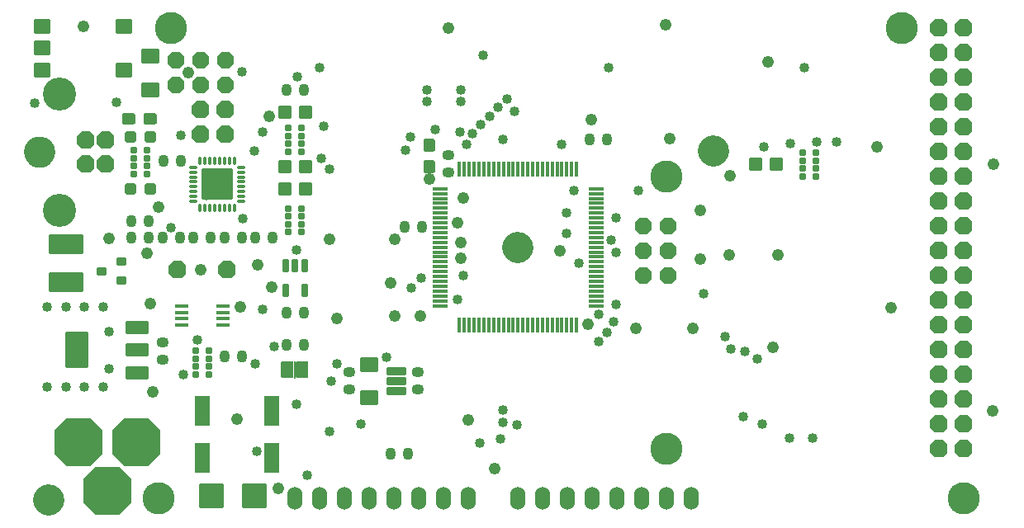
<source format=gts>
G04*
G04 #@! TF.GenerationSoftware,Altium Limited,Altium Designer,24.1.2 (44)*
G04*
G04 Layer_Color=8388736*
%FSLAX25Y25*%
%MOIN*%
G70*
G04*
G04 #@! TF.SameCoordinates,648C5357-8596-4598-863F-5FE4D4354F98*
G04*
G04*
G04 #@! TF.FilePolarity,Negative*
G04*
G01*
G75*
G04:AMPARAMS|DCode=38|XSize=128.11mil|YSize=128.11mil|CornerRadius=9.61mil|HoleSize=0mil|Usage=FLASHONLY|Rotation=270.000|XOffset=0mil|YOffset=0mil|HoleType=Round|Shape=RoundedRectangle|*
%AMROUNDEDRECTD38*
21,1,0.12811,0.10889,0,0,270.0*
21,1,0.10889,0.12811,0,0,270.0*
1,1,0.01922,-0.05445,-0.05445*
1,1,0.01922,-0.05445,0.05445*
1,1,0.01922,0.05445,0.05445*
1,1,0.01922,0.05445,-0.05445*
%
%ADD38ROUNDEDRECTD38*%
%ADD49C,0.08600*%
G04:AMPARAMS|DCode=50|XSize=63.06mil|YSize=15.81mil|CornerRadius=3.18mil|HoleSize=0mil|Usage=FLASHONLY|Rotation=0.000|XOffset=0mil|YOffset=0mil|HoleType=Round|Shape=RoundedRectangle|*
%AMROUNDEDRECTD50*
21,1,0.06306,0.00945,0,0,0.0*
21,1,0.05670,0.01581,0,0,0.0*
1,1,0.00636,0.02835,-0.00472*
1,1,0.00636,-0.02835,-0.00472*
1,1,0.00636,-0.02835,0.00472*
1,1,0.00636,0.02835,0.00472*
%
%ADD50ROUNDEDRECTD50*%
G04:AMPARAMS|DCode=51|XSize=15.81mil|YSize=63.06mil|CornerRadius=3.18mil|HoleSize=0mil|Usage=FLASHONLY|Rotation=0.000|XOffset=0mil|YOffset=0mil|HoleType=Round|Shape=RoundedRectangle|*
%AMROUNDEDRECTD51*
21,1,0.01581,0.05670,0,0,0.0*
21,1,0.00945,0.06306,0,0,0.0*
1,1,0.00636,0.00472,-0.02835*
1,1,0.00636,-0.00472,-0.02835*
1,1,0.00636,-0.00472,0.02835*
1,1,0.00636,0.00472,0.02835*
%
%ADD51ROUNDEDRECTD51*%
G04:AMPARAMS|DCode=52|XSize=47.31mil|YSize=39.37mil|CornerRadius=16.15mil|HoleSize=0mil|Usage=FLASHONLY|Rotation=0.000|XOffset=0mil|YOffset=0mil|HoleType=Round|Shape=RoundedRectangle|*
%AMROUNDEDRECTD52*
21,1,0.04731,0.00707,0,0,0.0*
21,1,0.01501,0.03937,0,0,0.0*
1,1,0.03230,0.00751,-0.00354*
1,1,0.03230,-0.00751,-0.00354*
1,1,0.03230,-0.00751,0.00354*
1,1,0.03230,0.00751,0.00354*
%
%ADD52ROUNDEDRECTD52*%
G04:AMPARAMS|DCode=53|XSize=51.24mil|YSize=43.37mil|CornerRadius=3.97mil|HoleSize=0mil|Usage=FLASHONLY|Rotation=270.000|XOffset=0mil|YOffset=0mil|HoleType=Round|Shape=RoundedRectangle|*
%AMROUNDEDRECTD53*
21,1,0.05124,0.03543,0,0,270.0*
21,1,0.04330,0.04337,0,0,270.0*
1,1,0.00794,-0.01772,-0.02165*
1,1,0.00794,-0.01772,0.02165*
1,1,0.00794,0.01772,0.02165*
1,1,0.00794,0.01772,-0.02165*
%
%ADD53ROUNDEDRECTD53*%
G04:AMPARAMS|DCode=54|XSize=59.12mil|YSize=74.87mil|CornerRadius=3.93mil|HoleSize=0mil|Usage=FLASHONLY|Rotation=90.000|XOffset=0mil|YOffset=0mil|HoleType=Round|Shape=RoundedRectangle|*
%AMROUNDEDRECTD54*
21,1,0.05912,0.06701,0,0,90.0*
21,1,0.05126,0.07487,0,0,90.0*
1,1,0.00786,0.03351,0.02563*
1,1,0.00786,0.03351,-0.02563*
1,1,0.00786,-0.03351,-0.02563*
1,1,0.00786,-0.03351,0.02563*
%
%ADD54ROUNDEDRECTD54*%
G04:AMPARAMS|DCode=55|XSize=15.81mil|YSize=51.24mil|CornerRadius=3.18mil|HoleSize=0mil|Usage=FLASHONLY|Rotation=90.000|XOffset=0mil|YOffset=0mil|HoleType=Round|Shape=RoundedRectangle|*
%AMROUNDEDRECTD55*
21,1,0.01581,0.04488,0,0,90.0*
21,1,0.00945,0.05124,0,0,90.0*
1,1,0.00636,0.02244,0.00472*
1,1,0.00636,0.02244,-0.00472*
1,1,0.00636,-0.02244,-0.00472*
1,1,0.00636,-0.02244,0.00472*
%
%ADD55ROUNDEDRECTD55*%
G04:AMPARAMS|DCode=56|XSize=47.31mil|YSize=39.37mil|CornerRadius=16.15mil|HoleSize=0mil|Usage=FLASHONLY|Rotation=90.000|XOffset=0mil|YOffset=0mil|HoleType=Round|Shape=RoundedRectangle|*
%AMROUNDEDRECTD56*
21,1,0.04731,0.00707,0,0,90.0*
21,1,0.01501,0.03937,0,0,90.0*
1,1,0.03230,0.00354,0.00751*
1,1,0.03230,0.00354,-0.00751*
1,1,0.03230,-0.00354,-0.00751*
1,1,0.03230,-0.00354,0.00751*
%
%ADD56ROUNDEDRECTD56*%
G04:AMPARAMS|DCode=57|XSize=25.65mil|YSize=51.24mil|CornerRadius=3.95mil|HoleSize=0mil|Usage=FLASHONLY|Rotation=180.000|XOffset=0mil|YOffset=0mil|HoleType=Round|Shape=RoundedRectangle|*
%AMROUNDEDRECTD57*
21,1,0.02565,0.04334,0,0,180.0*
21,1,0.01775,0.05124,0,0,180.0*
1,1,0.00790,-0.00888,0.02167*
1,1,0.00790,0.00888,0.02167*
1,1,0.00790,0.00888,-0.02167*
1,1,0.00790,-0.00888,-0.02167*
%
%ADD57ROUNDEDRECTD57*%
G04:AMPARAMS|DCode=58|XSize=39.37mil|YSize=47.31mil|CornerRadius=16.15mil|HoleSize=0mil|Usage=FLASHONLY|Rotation=0.000|XOffset=0mil|YOffset=0mil|HoleType=Round|Shape=RoundedRectangle|*
%AMROUNDEDRECTD58*
21,1,0.03937,0.01501,0,0,0.0*
21,1,0.00707,0.04731,0,0,0.0*
1,1,0.03230,0.00354,-0.00751*
1,1,0.03230,-0.00354,-0.00751*
1,1,0.03230,-0.00354,0.00751*
1,1,0.03230,0.00354,0.00751*
%
%ADD58ROUNDEDRECTD58*%
G04:AMPARAMS|DCode=59|XSize=66.99mil|YSize=59.12mil|CornerRadius=6.13mil|HoleSize=0mil|Usage=FLASHONLY|Rotation=0.000|XOffset=0mil|YOffset=0mil|HoleType=Round|Shape=RoundedRectangle|*
%AMROUNDEDRECTD59*
21,1,0.06699,0.04685,0,0,0.0*
21,1,0.05472,0.05912,0,0,0.0*
1,1,0.01227,0.02736,-0.02343*
1,1,0.01227,-0.02736,-0.02343*
1,1,0.01227,-0.02736,0.02343*
1,1,0.01227,0.02736,0.02343*
%
%ADD59ROUNDEDRECTD59*%
G04:AMPARAMS|DCode=60|XSize=23.69mil|YSize=29.59mil|CornerRadius=3.97mil|HoleSize=0mil|Usage=FLASHONLY|Rotation=90.000|XOffset=0mil|YOffset=0mil|HoleType=Round|Shape=RoundedRectangle|*
%AMROUNDEDRECTD60*
21,1,0.02369,0.02165,0,0,90.0*
21,1,0.01575,0.02959,0,0,90.0*
1,1,0.00794,0.01083,0.00788*
1,1,0.00794,0.01083,-0.00788*
1,1,0.00794,-0.01083,-0.00788*
1,1,0.00794,-0.01083,0.00788*
%
%ADD60ROUNDEDRECTD60*%
G04:AMPARAMS|DCode=61|XSize=44mil|YSize=44mil|CornerRadius=22mil|HoleSize=0mil|Usage=FLASHONLY|Rotation=0.000|XOffset=0mil|YOffset=0mil|HoleType=Round|Shape=RoundedRectangle|*
%AMROUNDEDRECTD61*
21,1,0.04400,0.00000,0,0,0.0*
21,1,0.00000,0.04400,0,0,0.0*
1,1,0.04400,0.00000,0.00000*
1,1,0.04400,0.00000,0.00000*
1,1,0.04400,0.00000,0.00000*
1,1,0.04400,0.00000,0.00000*
%
%ADD61ROUNDEDRECTD61*%
G04:AMPARAMS|DCode=62|XSize=39.37mil|YSize=47.31mil|CornerRadius=16.15mil|HoleSize=0mil|Usage=FLASHONLY|Rotation=90.000|XOffset=0mil|YOffset=0mil|HoleType=Round|Shape=RoundedRectangle|*
%AMROUNDEDRECTD62*
21,1,0.03937,0.01501,0,0,90.0*
21,1,0.00707,0.04731,0,0,90.0*
1,1,0.03230,0.00751,0.00354*
1,1,0.03230,0.00751,-0.00354*
1,1,0.03230,-0.00751,-0.00354*
1,1,0.03230,-0.00751,0.00354*
%
%ADD62ROUNDEDRECTD62*%
G04:AMPARAMS|DCode=63|XSize=82.74mil|YSize=31.56mil|CornerRadius=3.93mil|HoleSize=0mil|Usage=FLASHONLY|Rotation=0.000|XOffset=0mil|YOffset=0mil|HoleType=Round|Shape=RoundedRectangle|*
%AMROUNDEDRECTD63*
21,1,0.08274,0.02370,0,0,0.0*
21,1,0.07488,0.03156,0,0,0.0*
1,1,0.00786,0.03744,-0.01185*
1,1,0.00786,-0.03744,-0.01185*
1,1,0.00786,-0.03744,0.01185*
1,1,0.00786,0.03744,0.01185*
%
%ADD63ROUNDEDRECTD63*%
G04:AMPARAMS|DCode=64|XSize=43.37mil|YSize=43.37mil|CornerRadius=3.97mil|HoleSize=0mil|Usage=FLASHONLY|Rotation=0.000|XOffset=0mil|YOffset=0mil|HoleType=Round|Shape=RoundedRectangle|*
%AMROUNDEDRECTD64*
21,1,0.04337,0.03543,0,0,0.0*
21,1,0.03543,0.04337,0,0,0.0*
1,1,0.00794,0.01772,-0.01772*
1,1,0.00794,-0.01772,-0.01772*
1,1,0.00794,-0.01772,0.01772*
1,1,0.00794,0.01772,0.01772*
%
%ADD64ROUNDEDRECTD64*%
G04:AMPARAMS|DCode=65|XSize=51.24mil|YSize=43.37mil|CornerRadius=3.97mil|HoleSize=0mil|Usage=FLASHONLY|Rotation=180.000|XOffset=0mil|YOffset=0mil|HoleType=Round|Shape=RoundedRectangle|*
%AMROUNDEDRECTD65*
21,1,0.05124,0.03543,0,0,180.0*
21,1,0.04330,0.04337,0,0,180.0*
1,1,0.00794,-0.02165,0.01772*
1,1,0.00794,0.02165,0.01772*
1,1,0.00794,0.02165,-0.01772*
1,1,0.00794,-0.02165,-0.01772*
%
%ADD65ROUNDEDRECTD65*%
G04:AMPARAMS|DCode=66|XSize=15.02mil|YSize=31.56mil|CornerRadius=6.41mil|HoleSize=0mil|Usage=FLASHONLY|Rotation=270.000|XOffset=0mil|YOffset=0mil|HoleType=Round|Shape=RoundedRectangle|*
%AMROUNDEDRECTD66*
21,1,0.01502,0.01874,0,0,270.0*
21,1,0.00220,0.03156,0,0,270.0*
1,1,0.01282,-0.00937,-0.00110*
1,1,0.01282,-0.00937,0.00110*
1,1,0.01282,0.00937,0.00110*
1,1,0.01282,0.00937,-0.00110*
%
%ADD66ROUNDEDRECTD66*%
G04:AMPARAMS|DCode=67|XSize=15.02mil|YSize=31.56mil|CornerRadius=6.41mil|HoleSize=0mil|Usage=FLASHONLY|Rotation=180.000|XOffset=0mil|YOffset=0mil|HoleType=Round|Shape=RoundedRectangle|*
%AMROUNDEDRECTD67*
21,1,0.01502,0.01874,0,0,180.0*
21,1,0.00220,0.03156,0,0,180.0*
1,1,0.01282,-0.00110,0.00937*
1,1,0.01282,0.00110,0.00937*
1,1,0.01282,0.00110,-0.00937*
1,1,0.01282,-0.00110,-0.00937*
%
%ADD67ROUNDEDRECTD67*%
G04:AMPARAMS|DCode=68|XSize=50mil|YSize=67mil|CornerRadius=3.84mil|HoleSize=0mil|Usage=FLASHONLY|Rotation=0.000|XOffset=0mil|YOffset=0mil|HoleType=Round|Shape=RoundedRectangle|*
%AMROUNDEDRECTD68*
21,1,0.05000,0.05932,0,0,0.0*
21,1,0.04232,0.06700,0,0,0.0*
1,1,0.00768,0.02116,-0.02966*
1,1,0.00768,-0.02116,-0.02966*
1,1,0.00768,-0.02116,0.02966*
1,1,0.00768,0.02116,0.02966*
%
%ADD68ROUNDEDRECTD68*%
G04:AMPARAMS|DCode=69|XSize=35mil|YSize=39mil|CornerRadius=3.86mil|HoleSize=0mil|Usage=FLASHONLY|Rotation=270.000|XOffset=0mil|YOffset=0mil|HoleType=Round|Shape=RoundedRectangle|*
%AMROUNDEDRECTD69*
21,1,0.03500,0.03128,0,0,270.0*
21,1,0.02728,0.03900,0,0,270.0*
1,1,0.00772,-0.01564,-0.01364*
1,1,0.00772,-0.01564,0.01364*
1,1,0.00772,0.01564,0.01364*
1,1,0.00772,0.01564,-0.01364*
%
%ADD69ROUNDEDRECTD69*%
G04:AMPARAMS|DCode=70|XSize=51.24mil|YSize=51.24mil|CornerRadius=3.89mil|HoleSize=0mil|Usage=FLASHONLY|Rotation=90.000|XOffset=0mil|YOffset=0mil|HoleType=Round|Shape=RoundedRectangle|*
%AMROUNDEDRECTD70*
21,1,0.05124,0.04346,0,0,90.0*
21,1,0.04346,0.05124,0,0,90.0*
1,1,0.00778,0.02173,0.02173*
1,1,0.00778,0.02173,-0.02173*
1,1,0.00778,-0.02173,-0.02173*
1,1,0.00778,-0.02173,0.02173*
%
%ADD70ROUNDEDRECTD70*%
G04:AMPARAMS|DCode=71|XSize=78.8mil|YSize=137.86mil|CornerRadius=3.87mil|HoleSize=0mil|Usage=FLASHONLY|Rotation=90.000|XOffset=0mil|YOffset=0mil|HoleType=Round|Shape=RoundedRectangle|*
%AMROUNDEDRECTD71*
21,1,0.07880,0.13012,0,0,90.0*
21,1,0.07106,0.13786,0,0,90.0*
1,1,0.00774,0.06506,0.03553*
1,1,0.00774,0.06506,-0.03553*
1,1,0.00774,-0.06506,-0.03553*
1,1,0.00774,-0.06506,0.03553*
%
%ADD71ROUNDEDRECTD71*%
G04:AMPARAMS|DCode=72|XSize=145.73mil|YSize=90.61mil|CornerRadius=3.73mil|HoleSize=0mil|Usage=FLASHONLY|Rotation=90.000|XOffset=0mil|YOffset=0mil|HoleType=Round|Shape=RoundedRectangle|*
%AMROUNDEDRECTD72*
21,1,0.14573,0.08315,0,0,90.0*
21,1,0.13827,0.09061,0,0,90.0*
1,1,0.00746,0.04157,0.06913*
1,1,0.00746,0.04157,-0.06913*
1,1,0.00746,-0.04157,-0.06913*
1,1,0.00746,-0.04157,0.06913*
%
%ADD72ROUNDEDRECTD72*%
G04:AMPARAMS|DCode=73|XSize=52mil|YSize=92mil|CornerRadius=3.92mil|HoleSize=0mil|Usage=FLASHONLY|Rotation=90.000|XOffset=0mil|YOffset=0mil|HoleType=Round|Shape=RoundedRectangle|*
%AMROUNDEDRECTD73*
21,1,0.05200,0.08416,0,0,90.0*
21,1,0.04416,0.09200,0,0,90.0*
1,1,0.00784,0.04208,0.02208*
1,1,0.00784,0.04208,-0.02208*
1,1,0.00784,-0.04208,-0.02208*
1,1,0.00784,-0.04208,0.02208*
%
%ADD73ROUNDEDRECTD73*%
G04:AMPARAMS|DCode=74|XSize=98.49mil|YSize=98.49mil|CornerRadius=3.89mil|HoleSize=0mil|Usage=FLASHONLY|Rotation=180.000|XOffset=0mil|YOffset=0mil|HoleType=Round|Shape=RoundedRectangle|*
%AMROUNDEDRECTD74*
21,1,0.09849,0.09071,0,0,180.0*
21,1,0.09071,0.09849,0,0,180.0*
1,1,0.00778,-0.04536,0.04536*
1,1,0.00778,0.04536,0.04536*
1,1,0.00778,0.04536,-0.04536*
1,1,0.00778,-0.04536,-0.04536*
%
%ADD74ROUNDEDRECTD74*%
G04:AMPARAMS|DCode=75|XSize=122.11mil|YSize=59.12mil|CornerRadius=3.93mil|HoleSize=0mil|Usage=FLASHONLY|Rotation=90.000|XOffset=0mil|YOffset=0mil|HoleType=Round|Shape=RoundedRectangle|*
%AMROUNDEDRECTD75*
21,1,0.12211,0.05126,0,0,90.0*
21,1,0.11425,0.05912,0,0,90.0*
1,1,0.00786,0.02563,0.05713*
1,1,0.00786,0.02563,-0.05713*
1,1,0.00786,-0.02563,-0.05713*
1,1,0.00786,-0.02563,0.05713*
%
%ADD75ROUNDEDRECTD75*%
G04:AMPARAMS|DCode=76|XSize=194mil|YSize=194mil|CornerRadius=0mil|HoleSize=0mil|Usage=FLASHONLY|Rotation=90.000|XOffset=0mil|YOffset=0mil|HoleType=Round|Shape=Octagon|*
%AMOCTAGOND76*
4,1,8,0.04850,0.09700,-0.04850,0.09700,-0.09700,0.04850,-0.09700,-0.04850,-0.04850,-0.09700,0.04850,-0.09700,0.09700,-0.04850,0.09700,0.04850,0.04850,0.09700,0.0*
%
%ADD76OCTAGOND76*%

%ADD77C,0.08668*%
%ADD78O,0.06000X0.09360*%
%ADD79C,0.12998*%
G04:AMPARAMS|DCode=80|XSize=70mil|YSize=70mil|CornerRadius=0mil|HoleSize=0mil|Usage=FLASHONLY|Rotation=270.000|XOffset=0mil|YOffset=0mil|HoleType=Round|Shape=Octagon|*
%AMOCTAGOND80*
4,1,8,-0.01750,-0.03500,0.01750,-0.03500,0.03500,-0.01750,0.03500,0.01750,0.01750,0.03500,-0.01750,0.03500,-0.03500,0.01750,-0.03500,-0.01750,-0.01750,-0.03500,0.0*
%
%ADD80OCTAGOND80*%

G04:AMPARAMS|DCode=81|XSize=65.02mil|YSize=65.02mil|CornerRadius=0mil|HoleSize=0mil|Usage=FLASHONLY|Rotation=180.000|XOffset=0mil|YOffset=0mil|HoleType=Round|Shape=Octagon|*
%AMOCTAGOND81*
4,1,8,-0.03251,0.01626,-0.03251,-0.01626,-0.01626,-0.03251,0.01626,-0.03251,0.03251,-0.01626,0.03251,0.01626,0.01626,0.03251,-0.01626,0.03251,-0.03251,0.01626,0.0*
%
%ADD81OCTAGOND81*%

%ADD82C,0.13391*%
G04:AMPARAMS|DCode=83|XSize=65.02mil|YSize=65.02mil|CornerRadius=0mil|HoleSize=0mil|Usage=FLASHONLY|Rotation=270.000|XOffset=0mil|YOffset=0mil|HoleType=Round|Shape=Octagon|*
%AMOCTAGOND83*
4,1,8,-0.01626,-0.03251,0.01626,-0.03251,0.03251,-0.01626,0.03251,0.01626,0.01626,0.03251,-0.01626,0.03251,-0.03251,0.01626,-0.03251,-0.01626,-0.01626,-0.03251,0.0*
%
%ADD83OCTAGOND83*%

%ADD84C,0.04000*%
%ADD85C,0.04800*%
G36*
X109801Y58450D02*
Y65650D01*
X110401D01*
Y58450D01*
X109801D01*
D02*
G37*
G36*
X73351Y137050D02*
Y137567D01*
X73553Y138581D01*
X73949Y139537D01*
X74523Y140397D01*
X75254Y141128D01*
X76114Y141702D01*
X77070Y142098D01*
X78084Y142300D01*
X78601D01*
X79118D01*
X80132Y142098D01*
X81088Y141702D01*
X81948Y141128D01*
X82679Y140397D01*
X83254Y139537D01*
X83649Y138581D01*
X83851Y137567D01*
Y137050D01*
Y136533D01*
X83649Y135519D01*
X83254Y134563D01*
X82679Y133703D01*
X81948Y132972D01*
X81088Y132397D01*
X80132Y132002D01*
X79118Y131800D01*
X78601D01*
X78084D01*
X77070Y132002D01*
X76114Y132397D01*
X75254Y132972D01*
X74523Y133703D01*
X73949Y134563D01*
X73553Y135519D01*
X73351Y136533D01*
Y137050D01*
D01*
D02*
G37*
D38*
X78601D02*
D03*
D49*
X202070Y111650D02*
X201806Y112635D01*
X201085Y113355D01*
X200101Y113619D01*
X199117Y113355D01*
X198396Y112635D01*
X198132Y111650D01*
X198396Y110666D01*
X199117Y109945D01*
X200101Y109681D01*
X201085Y109945D01*
X201806Y110666D01*
X202070Y111650D01*
X9070Y150050D02*
X8806Y151034D01*
X8085Y151755D01*
X7101Y152019D01*
X6117Y151755D01*
X5396Y151034D01*
X5132Y150050D01*
X5396Y149065D01*
X6117Y148345D01*
X7101Y148081D01*
X8085Y148345D01*
X8806Y149065D01*
X9070Y150050D01*
X12570Y9550D02*
X12306Y10535D01*
X11586Y11255D01*
X10601Y11519D01*
X9617Y11255D01*
X8896Y10535D01*
X8632Y9550D01*
X8896Y8565D01*
X9617Y7845D01*
X10601Y7581D01*
X11586Y7845D01*
X12306Y8565D01*
X12570Y9550D01*
X280970Y150413D02*
X280706Y151398D01*
X279985Y152118D01*
X279001Y152382D01*
X278016Y152118D01*
X277296Y151398D01*
X277032Y150413D01*
X277296Y149428D01*
X278016Y148708D01*
X279001Y148444D01*
X279985Y148708D01*
X280706Y149428D01*
X280970Y150413D01*
D50*
X168605Y135272D02*
D03*
Y133304D02*
D03*
Y131335D02*
D03*
Y129367D02*
D03*
Y127398D02*
D03*
Y125430D02*
D03*
Y123461D02*
D03*
Y121493D02*
D03*
Y119524D02*
D03*
Y117556D02*
D03*
Y115587D02*
D03*
Y113619D02*
D03*
Y111650D02*
D03*
Y109681D02*
D03*
Y107713D02*
D03*
Y105744D02*
D03*
Y103776D02*
D03*
Y101807D02*
D03*
Y99839D02*
D03*
Y97870D02*
D03*
Y95902D02*
D03*
Y93933D02*
D03*
Y91965D02*
D03*
Y89996D02*
D03*
Y88028D02*
D03*
X231597D02*
D03*
Y89996D02*
D03*
Y91965D02*
D03*
Y93933D02*
D03*
Y95902D02*
D03*
Y97870D02*
D03*
Y99839D02*
D03*
Y101807D02*
D03*
Y103776D02*
D03*
Y105744D02*
D03*
Y107713D02*
D03*
Y109681D02*
D03*
Y111650D02*
D03*
Y113619D02*
D03*
Y115587D02*
D03*
Y117556D02*
D03*
Y119524D02*
D03*
Y121493D02*
D03*
Y123461D02*
D03*
Y125430D02*
D03*
Y127398D02*
D03*
Y129367D02*
D03*
Y131335D02*
D03*
Y133304D02*
D03*
Y135272D02*
D03*
D51*
X176479Y80154D02*
D03*
X178447D02*
D03*
X180416D02*
D03*
X182384D02*
D03*
X184353D02*
D03*
X186321D02*
D03*
X188290D02*
D03*
X190258D02*
D03*
X192227D02*
D03*
X194195D02*
D03*
X196164D02*
D03*
X198132D02*
D03*
X200101D02*
D03*
X202070D02*
D03*
X204038D02*
D03*
X206007D02*
D03*
X207975D02*
D03*
X209944D02*
D03*
X211912D02*
D03*
X213881D02*
D03*
X215849D02*
D03*
X217818D02*
D03*
X219786D02*
D03*
X221755D02*
D03*
X223723D02*
D03*
Y143146D02*
D03*
X221755D02*
D03*
X219786D02*
D03*
X217818D02*
D03*
X215849D02*
D03*
X213881D02*
D03*
X211912D02*
D03*
X209944D02*
D03*
X207975D02*
D03*
X206007D02*
D03*
X204038D02*
D03*
X202070D02*
D03*
X200101D02*
D03*
X198132D02*
D03*
X196164D02*
D03*
X194195D02*
D03*
X192227D02*
D03*
X190258D02*
D03*
X188290D02*
D03*
X186321D02*
D03*
X184353D02*
D03*
X182384D02*
D03*
X180416D02*
D03*
X178447D02*
D03*
X176479D02*
D03*
D52*
X171893Y141708D02*
D03*
Y148708D02*
D03*
X132101Y54050D02*
D03*
Y61050D02*
D03*
X56601Y66050D02*
D03*
Y73050D02*
D03*
D53*
X164221Y144261D02*
D03*
Y152923D02*
D03*
D54*
X51601Y175357D02*
D03*
Y188743D02*
D03*
X140101Y50857D02*
D03*
Y64243D02*
D03*
D55*
X64286Y80207D02*
D03*
Y82767D02*
D03*
Y85326D02*
D03*
Y87885D02*
D03*
X80920D02*
D03*
Y85326D02*
D03*
Y82767D02*
D03*
Y80207D02*
D03*
D56*
X88601Y115550D02*
D03*
X81601D02*
D03*
X56601D02*
D03*
X63601D02*
D03*
X56901Y146550D02*
D03*
X63901D02*
D03*
X101101Y115550D02*
D03*
X94101D02*
D03*
X81601Y67550D02*
D03*
X88601D02*
D03*
X113601Y72050D02*
D03*
X106601D02*
D03*
X44101Y115550D02*
D03*
X51101D02*
D03*
X113601Y85050D02*
D03*
X106601D02*
D03*
X44101Y122050D02*
D03*
X51101D02*
D03*
X155601Y28050D02*
D03*
X148601D02*
D03*
X236001Y155050D02*
D03*
X229001D02*
D03*
X154258Y119810D02*
D03*
X161258D02*
D03*
X113601Y175050D02*
D03*
X106601D02*
D03*
D57*
X113841Y94032D02*
D03*
X106361D02*
D03*
Y104268D02*
D03*
X110101D02*
D03*
X113841D02*
D03*
D58*
X76101Y115550D02*
D03*
X69101D02*
D03*
D59*
X8066Y192054D02*
D03*
X41136Y183196D02*
D03*
X8066D02*
D03*
X41136Y200912D02*
D03*
X8066D02*
D03*
D60*
X44944Y141326D02*
D03*
Y144475D02*
D03*
Y147625D02*
D03*
Y150774D02*
D03*
X50258D02*
D03*
Y147625D02*
D03*
Y144475D02*
D03*
Y141326D02*
D03*
X112758Y159774D02*
D03*
Y156625D02*
D03*
Y153475D02*
D03*
Y150326D02*
D03*
X107444D02*
D03*
Y153475D02*
D03*
Y156625D02*
D03*
Y159774D02*
D03*
X320258Y149774D02*
D03*
Y146625D02*
D03*
Y143475D02*
D03*
Y140326D02*
D03*
X314944D02*
D03*
Y143475D02*
D03*
Y146625D02*
D03*
Y149774D02*
D03*
X69944Y60326D02*
D03*
Y63475D02*
D03*
Y66625D02*
D03*
Y69774D02*
D03*
X75258D02*
D03*
Y66625D02*
D03*
Y63475D02*
D03*
Y60326D02*
D03*
X107444Y117826D02*
D03*
Y120975D02*
D03*
Y124125D02*
D03*
Y127274D02*
D03*
X112758D02*
D03*
Y124125D02*
D03*
Y120975D02*
D03*
Y117826D02*
D03*
D61*
X200101Y111650D02*
D03*
X7101Y150050D02*
D03*
X10601Y9550D02*
D03*
X279001Y150413D02*
D03*
D62*
X159601Y61050D02*
D03*
Y54050D02*
D03*
D63*
X151101Y53613D02*
D03*
Y57550D02*
D03*
Y61487D02*
D03*
D64*
X51538Y156250D02*
D03*
X43664D02*
D03*
X51538Y135050D02*
D03*
X43664D02*
D03*
D65*
X42870Y163450D02*
D03*
X51532D02*
D03*
D66*
X68955Y130160D02*
D03*
Y132129D02*
D03*
Y134097D02*
D03*
Y136066D02*
D03*
Y138034D02*
D03*
Y140003D02*
D03*
Y141971D02*
D03*
Y143940D02*
D03*
X88247D02*
D03*
Y141971D02*
D03*
Y140003D02*
D03*
Y138034D02*
D03*
Y136066D02*
D03*
Y134097D02*
D03*
Y132129D02*
D03*
Y130160D02*
D03*
D67*
X71711Y146696D02*
D03*
X73680D02*
D03*
X75648D02*
D03*
X77617D02*
D03*
X79585D02*
D03*
X81554D02*
D03*
X83522D02*
D03*
X85491D02*
D03*
Y127404D02*
D03*
X83522D02*
D03*
X81554D02*
D03*
X79585D02*
D03*
X77617D02*
D03*
X75648D02*
D03*
X73680D02*
D03*
X71711D02*
D03*
D68*
X113101Y62050D02*
D03*
X107101D02*
D03*
D69*
X40101Y98150D02*
D03*
Y105750D02*
D03*
X32101Y101950D02*
D03*
D70*
X105967Y166050D02*
D03*
X114235D02*
D03*
X105967Y144050D02*
D03*
X114235D02*
D03*
X105967Y135050D02*
D03*
X114235D02*
D03*
X295967Y145050D02*
D03*
X304235D02*
D03*
D71*
X17601Y112727D02*
D03*
Y97373D02*
D03*
D72*
X21900Y70050D02*
D03*
D73*
X46301Y79150D02*
D03*
Y70050D02*
D03*
Y60950D02*
D03*
D74*
X93762Y11050D02*
D03*
X76440D02*
D03*
D75*
X100601Y26601D02*
D03*
Y45499D02*
D03*
X72601Y26601D02*
D03*
Y45499D02*
D03*
D76*
X34301Y13050D02*
D03*
X46101Y32750D02*
D03*
X22501D02*
D03*
D77*
X37301Y13050D02*
D03*
X31301D02*
D03*
X22501Y29750D02*
D03*
Y35750D02*
D03*
X46101Y29750D02*
D03*
Y35750D02*
D03*
D78*
X200101Y10050D02*
D03*
X210101D02*
D03*
X220101D02*
D03*
X230101D02*
D03*
X240101D02*
D03*
X250101D02*
D03*
X260101D02*
D03*
X270101D02*
D03*
X180101D02*
D03*
X170101D02*
D03*
X160101D02*
D03*
X150101D02*
D03*
X140101D02*
D03*
X130101D02*
D03*
X120101D02*
D03*
X110101D02*
D03*
D79*
X260101Y30050D02*
D03*
Y140050D02*
D03*
X55101Y10050D02*
D03*
X355101Y200050D02*
D03*
X60101D02*
D03*
X380101Y10050D02*
D03*
D80*
Y30050D02*
D03*
X370101D02*
D03*
X380101Y40050D02*
D03*
X370101D02*
D03*
X380101Y50050D02*
D03*
X370101D02*
D03*
X380101Y60050D02*
D03*
X370101D02*
D03*
X380101Y70050D02*
D03*
X370101D02*
D03*
X380101Y80050D02*
D03*
X370101D02*
D03*
X380101Y90050D02*
D03*
X370101D02*
D03*
X380101Y100050D02*
D03*
X370101D02*
D03*
X380101Y110050D02*
D03*
X370101D02*
D03*
X380101Y120050D02*
D03*
X370101D02*
D03*
X380101Y130050D02*
D03*
X370101D02*
D03*
X380101Y140050D02*
D03*
X370101D02*
D03*
X380101Y150050D02*
D03*
X370101D02*
D03*
X380101Y160050D02*
D03*
X370101D02*
D03*
X380101Y170050D02*
D03*
X370101D02*
D03*
X380101Y180050D02*
D03*
X370101D02*
D03*
X380101Y190050D02*
D03*
X370101D02*
D03*
X380101Y200050D02*
D03*
X370101D02*
D03*
X72101Y167050D02*
D03*
X82101D02*
D03*
X72101Y157050D02*
D03*
X82101D02*
D03*
X62601Y102550D02*
D03*
X82601D02*
D03*
X25770Y145129D02*
D03*
Y154971D02*
D03*
X33644D02*
D03*
Y145129D02*
D03*
D81*
X62101Y177050D02*
D03*
Y187050D02*
D03*
X72101Y177050D02*
D03*
Y187050D02*
D03*
X82101Y177050D02*
D03*
Y187050D02*
D03*
D82*
X15101Y126428D02*
D03*
Y173672D02*
D03*
D83*
X260601Y100050D02*
D03*
X250601D02*
D03*
X260601Y110050D02*
D03*
X250601D02*
D03*
X260601Y120050D02*
D03*
X250601D02*
D03*
D84*
X163201Y175350D02*
D03*
Y170650D02*
D03*
X194000Y41000D02*
D03*
Y46000D02*
D03*
X179169Y153263D02*
D03*
X38101Y170050D02*
D03*
X88601Y182550D02*
D03*
X65101Y60050D02*
D03*
X63851Y156800D02*
D03*
X121601Y160550D02*
D03*
X237601Y114550D02*
D03*
X238601Y81550D02*
D03*
X236101Y77050D02*
D03*
X239601Y88550D02*
D03*
X232601Y73550D02*
D03*
Y84550D02*
D03*
X178101Y100050D02*
D03*
X219601Y125550D02*
D03*
Y117050D02*
D03*
X283601Y75550D02*
D03*
X286101Y70550D02*
D03*
X93601Y150550D02*
D03*
X101601Y71550D02*
D03*
X156501Y156350D02*
D03*
X120601Y147550D02*
D03*
X124101Y143050D02*
D03*
X154501Y150950D02*
D03*
X186101Y189050D02*
D03*
X161101Y99050D02*
D03*
X291101Y43050D02*
D03*
X298601Y40050D02*
D03*
X199601Y39912D02*
D03*
X157101Y95050D02*
D03*
X319101Y34550D02*
D03*
X193101Y34050D02*
D03*
X175601Y90550D02*
D03*
X177001Y170650D02*
D03*
X296601Y66550D02*
D03*
X320601Y154050D02*
D03*
X177001Y175350D02*
D03*
X310101Y153550D02*
D03*
X291601Y69550D02*
D03*
X97101Y86550D02*
D03*
X136601Y40050D02*
D03*
X198601Y166550D02*
D03*
X193901Y155050D02*
D03*
X195601Y171550D02*
D03*
X192101Y168050D02*
D03*
X188601Y164550D02*
D03*
X181601Y157550D02*
D03*
X185101Y161050D02*
D03*
X120101Y184050D02*
D03*
X236601D02*
D03*
X315601D02*
D03*
X299164Y152113D02*
D03*
X94601Y29050D02*
D03*
X4901Y169850D02*
D03*
X124101Y37050D02*
D03*
X184570Y32582D02*
D03*
X309601Y34550D02*
D03*
X110601Y48050D02*
D03*
X111101Y180550D02*
D03*
X166601Y159150D02*
D03*
X147101Y67050D02*
D03*
X70601Y74050D02*
D03*
X74201Y132650D02*
D03*
X274901Y92750D02*
D03*
X239601Y109550D02*
D03*
X176601Y158050D02*
D03*
X127101Y64550D02*
D03*
X217601Y153050D02*
D03*
X239601Y123550D02*
D03*
X60101Y119550D02*
D03*
X94101Y64550D02*
D03*
X97101Y158050D02*
D03*
X110601Y110550D02*
D03*
X89101Y123050D02*
D03*
X32601Y55050D02*
D03*
X35101Y62550D02*
D03*
X17601Y55050D02*
D03*
X25101D02*
D03*
X10101D02*
D03*
X35101Y77550D02*
D03*
X10101Y87550D02*
D03*
X32601D02*
D03*
X17601D02*
D03*
X25101D02*
D03*
X224601Y105050D02*
D03*
X248701Y134450D02*
D03*
X222501Y134550D02*
D03*
X328601Y154050D02*
D03*
X124601Y57550D02*
D03*
X115101Y19550D02*
D03*
D85*
X24601Y200950D02*
D03*
X180101Y41961D02*
D03*
X88101Y87550D02*
D03*
X127001Y82850D02*
D03*
X273801Y106950D02*
D03*
X261301Y155550D02*
D03*
X54901Y127850D02*
D03*
X172038Y200050D02*
D03*
X259501Y201450D02*
D03*
X391738Y45450D02*
D03*
X247533Y78990D02*
D03*
X273536Y126418D02*
D03*
X72001Y102550D02*
D03*
X285401Y108650D02*
D03*
X392038Y145250D02*
D03*
X303101Y71082D02*
D03*
X305101Y108450D02*
D03*
X148601Y97050D02*
D03*
X50201Y109250D02*
D03*
X228401Y80550D02*
D03*
X99701Y164550D02*
D03*
X95101Y104550D02*
D03*
X51501Y88850D02*
D03*
X103201Y14150D02*
D03*
X190601Y22361D02*
D03*
X176901Y107150D02*
D03*
X301001Y186450D02*
D03*
X229601Y163050D02*
D03*
X100601Y95550D02*
D03*
X67101Y182050D02*
D03*
X160601Y83750D02*
D03*
X52801Y53050D02*
D03*
X86701Y42050D02*
D03*
X285501Y140650D02*
D03*
X350701Y87050D02*
D03*
X345101Y152050D02*
D03*
X150301Y114913D02*
D03*
X124001Y114750D02*
D03*
X178101Y131550D02*
D03*
X177001Y113650D02*
D03*
X150401Y83750D02*
D03*
X270555Y78990D02*
D03*
X217101Y110050D02*
D03*
X164301Y139250D02*
D03*
X35101Y115050D02*
D03*
X175601Y121550D02*
D03*
M02*

</source>
